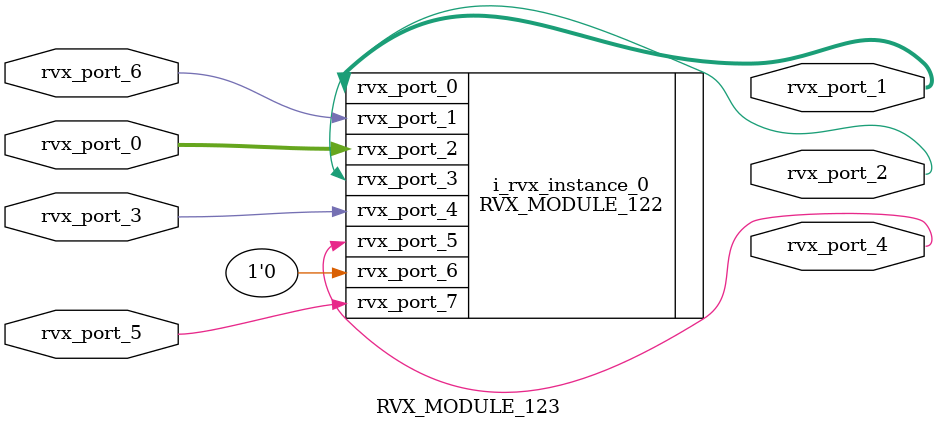
<source format=v>

`include "ervp_global.vh"




module RVX_MODULE_123
(
	rvx_port_5,
	rvx_port_6,
	rvx_port_4,
	rvx_port_1,
	rvx_port_3,
	rvx_port_0,
	rvx_port_2
);




parameter RVX_GPARA_1 = 4;
parameter RVX_GPARA_0 = RVX_GPARA_1+1;

input wire rvx_port_5, rvx_port_6;
output wire rvx_port_4;
output wire [RVX_GPARA_1-1:0] rvx_port_1;
input wire rvx_port_3;

input wire [RVX_GPARA_0-1:0] rvx_port_0;
output wire rvx_port_2;

RVX_MODULE_122
#(
	.RVX_GPARA_0(RVX_GPARA_1),
	.RVX_GPARA_2(RVX_GPARA_0),
	.RVX_GPARA_1(0)
)
i_rvx_instance_0
(
	.rvx_port_7(rvx_port_5),
	.rvx_port_1(rvx_port_6),
	.rvx_port_5(rvx_port_4),
	.rvx_port_0(rvx_port_1),
	.rvx_port_4(rvx_port_3),
	.rvx_port_6(1'b 0),
	.rvx_port_2(rvx_port_0),
	.rvx_port_3(rvx_port_2)
);

endmodule


</source>
